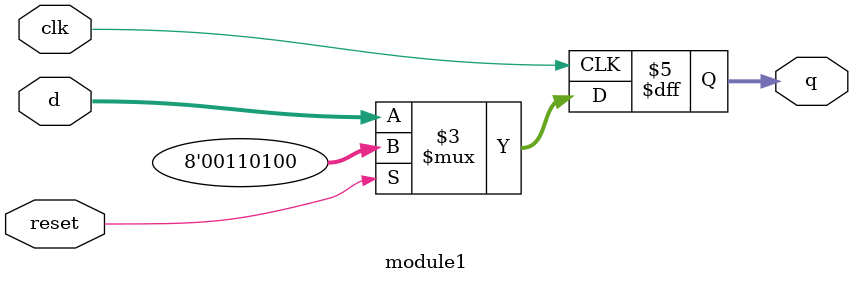
<source format=v>

module module1 (
  input clk,
  input [7:0] d,
  input reset,
  output reg [7:0] q
);

  always @(negedge clk)
    if (reset)
      q <= 8'h34;
    else
      q <= d;

endmodule


</source>
